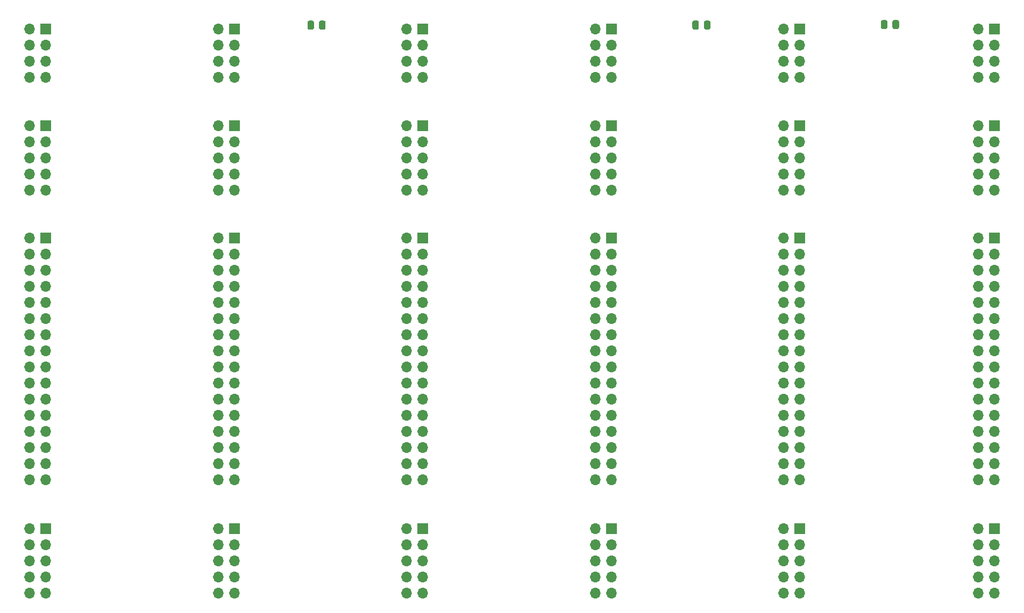
<source format=gbr>
%TF.GenerationSoftware,KiCad,Pcbnew,(5.1.12)-1*%
%TF.CreationDate,2022-02-09T20:28:49-06:00*%
%TF.ProjectId,gd blackplane proto pcb,67642062-6c61-4636-9b70-6c616e652070,rev?*%
%TF.SameCoordinates,Original*%
%TF.FileFunction,Soldermask,Bot*%
%TF.FilePolarity,Negative*%
%FSLAX46Y46*%
G04 Gerber Fmt 4.6, Leading zero omitted, Abs format (unit mm)*
G04 Created by KiCad (PCBNEW (5.1.12)-1) date 2022-02-09 20:28:49*
%MOMM*%
%LPD*%
G01*
G04 APERTURE LIST*
%ADD10O,1.700000X1.700000*%
%ADD11R,1.700000X1.700000*%
G04 APERTURE END LIST*
D10*
%TO.C,J16*%
X139190000Y-98425000D03*
X141730000Y-98425000D03*
X139190000Y-95885000D03*
X141730000Y-95885000D03*
X139190000Y-93345000D03*
X141730000Y-93345000D03*
X139190000Y-90805000D03*
X141730000Y-90805000D03*
X139190000Y-88265000D03*
X141730000Y-88265000D03*
X139190000Y-85725000D03*
X141730000Y-85725000D03*
X139190000Y-83185000D03*
X141730000Y-83185000D03*
X139190000Y-80645000D03*
X141730000Y-80645000D03*
X139190000Y-78105000D03*
X141730000Y-78105000D03*
X139190000Y-75565000D03*
X141730000Y-75565000D03*
X139190000Y-73025000D03*
X141730000Y-73025000D03*
X139190000Y-70485000D03*
X141730000Y-70485000D03*
X139190000Y-67945000D03*
X141730000Y-67945000D03*
X139190000Y-65405000D03*
X141730000Y-65405000D03*
X139190000Y-62865000D03*
X141730000Y-62865000D03*
X139190000Y-60325000D03*
D11*
X141730000Y-60325000D03*
%TD*%
D10*
%TO.C,J11*%
X139190000Y-52788000D03*
X141730000Y-52788000D03*
X139190000Y-50248000D03*
X141730000Y-50248000D03*
X139190000Y-47708000D03*
X141730000Y-47708000D03*
X139190000Y-45168000D03*
X141730000Y-45168000D03*
X139190000Y-42628000D03*
D11*
X141730000Y-42628000D03*
%TD*%
D10*
%TO.C,J9*%
X139190000Y-116251000D03*
X141730000Y-116251000D03*
X139190000Y-113711000D03*
X141730000Y-113711000D03*
X139190000Y-111171000D03*
X141730000Y-111171000D03*
X139190000Y-108631000D03*
X141730000Y-108631000D03*
X139190000Y-106091000D03*
D11*
X141730000Y-106091000D03*
%TD*%
D10*
%TO.C,J5*%
X139190000Y-35006000D03*
X141730000Y-35006000D03*
X139190000Y-32466000D03*
X141730000Y-32466000D03*
X139190000Y-29926000D03*
X141730000Y-29926000D03*
X139190000Y-27386000D03*
D11*
X141730000Y-27386000D03*
%TD*%
D10*
%TO.C,J25*%
X198540000Y-52788000D03*
X201080000Y-52788000D03*
X198540000Y-50248000D03*
X201080000Y-50248000D03*
X198540000Y-47708000D03*
X201080000Y-47708000D03*
X198540000Y-45168000D03*
X201080000Y-45168000D03*
X198540000Y-42628000D03*
D11*
X201080000Y-42628000D03*
%TD*%
D10*
%TO.C,J24*%
X258826000Y-98425000D03*
X261366000Y-98425000D03*
X258826000Y-95885000D03*
X261366000Y-95885000D03*
X258826000Y-93345000D03*
X261366000Y-93345000D03*
X258826000Y-90805000D03*
X261366000Y-90805000D03*
X258826000Y-88265000D03*
X261366000Y-88265000D03*
X258826000Y-85725000D03*
X261366000Y-85725000D03*
X258826000Y-83185000D03*
X261366000Y-83185000D03*
X258826000Y-80645000D03*
X261366000Y-80645000D03*
X258826000Y-78105000D03*
X261366000Y-78105000D03*
X258826000Y-75565000D03*
X261366000Y-75565000D03*
X258826000Y-73025000D03*
X261366000Y-73025000D03*
X258826000Y-70485000D03*
X261366000Y-70485000D03*
X258826000Y-67945000D03*
X261366000Y-67945000D03*
X258826000Y-65405000D03*
X261366000Y-65405000D03*
X258826000Y-62865000D03*
X261366000Y-62865000D03*
X258826000Y-60325000D03*
D11*
X261366000Y-60325000D03*
%TD*%
D10*
%TO.C,J23*%
X228215000Y-116251000D03*
X230755000Y-116251000D03*
X228215000Y-113711000D03*
X230755000Y-113711000D03*
X228215000Y-111171000D03*
X230755000Y-111171000D03*
X228215000Y-108631000D03*
X230755000Y-108631000D03*
X228215000Y-106091000D03*
D11*
X230755000Y-106091000D03*
%TD*%
D10*
%TO.C,J22*%
X258830000Y-34980600D03*
X261370000Y-34980600D03*
X258830000Y-32440600D03*
X261370000Y-32440600D03*
X258830000Y-29900600D03*
X261370000Y-29900600D03*
X258830000Y-27360600D03*
D11*
X261370000Y-27360600D03*
%TD*%
D10*
%TO.C,J20*%
X168865000Y-52788000D03*
X171405000Y-52788000D03*
X168865000Y-50248000D03*
X171405000Y-50248000D03*
X168865000Y-47708000D03*
X171405000Y-47708000D03*
X168865000Y-45168000D03*
X171405000Y-45168000D03*
X168865000Y-42628000D03*
D11*
X171405000Y-42628000D03*
%TD*%
D10*
%TO.C,J19*%
X168865000Y-98425000D03*
X171405000Y-98425000D03*
X168865000Y-95885000D03*
X171405000Y-95885000D03*
X168865000Y-93345000D03*
X171405000Y-93345000D03*
X168865000Y-90805000D03*
X171405000Y-90805000D03*
X168865000Y-88265000D03*
X171405000Y-88265000D03*
X168865000Y-85725000D03*
X171405000Y-85725000D03*
X168865000Y-83185000D03*
X171405000Y-83185000D03*
X168865000Y-80645000D03*
X171405000Y-80645000D03*
X168865000Y-78105000D03*
X171405000Y-78105000D03*
X168865000Y-75565000D03*
X171405000Y-75565000D03*
X168865000Y-73025000D03*
X171405000Y-73025000D03*
X168865000Y-70485000D03*
X171405000Y-70485000D03*
X168865000Y-67945000D03*
X171405000Y-67945000D03*
X168865000Y-65405000D03*
X171405000Y-65405000D03*
X168865000Y-62865000D03*
X171405000Y-62865000D03*
X168865000Y-60325000D03*
D11*
X171405000Y-60325000D03*
%TD*%
D10*
%TO.C,J18*%
X258830000Y-116251000D03*
X261370000Y-116251000D03*
X258830000Y-113711000D03*
X261370000Y-113711000D03*
X258830000Y-111171000D03*
X261370000Y-111171000D03*
X258830000Y-108631000D03*
X261370000Y-108631000D03*
X258830000Y-106091000D03*
D11*
X261370000Y-106091000D03*
%TD*%
D10*
%TO.C,J17*%
X168865000Y-35006000D03*
X171405000Y-35006000D03*
X168865000Y-32466000D03*
X171405000Y-32466000D03*
X168865000Y-29926000D03*
X171405000Y-29926000D03*
X168865000Y-27386000D03*
D11*
X171405000Y-27386000D03*
%TD*%
D10*
%TO.C,J15*%
X258830000Y-52788000D03*
X261370000Y-52788000D03*
X258830000Y-50248000D03*
X261370000Y-50248000D03*
X258830000Y-47708000D03*
X261370000Y-47708000D03*
X258830000Y-45168000D03*
X261370000Y-45168000D03*
X258830000Y-42628000D03*
D11*
X261370000Y-42628000D03*
%TD*%
D10*
%TO.C,J14*%
X198540000Y-98425000D03*
X201080000Y-98425000D03*
X198540000Y-95885000D03*
X201080000Y-95885000D03*
X198540000Y-93345000D03*
X201080000Y-93345000D03*
X198540000Y-90805000D03*
X201080000Y-90805000D03*
X198540000Y-88265000D03*
X201080000Y-88265000D03*
X198540000Y-85725000D03*
X201080000Y-85725000D03*
X198540000Y-83185000D03*
X201080000Y-83185000D03*
X198540000Y-80645000D03*
X201080000Y-80645000D03*
X198540000Y-78105000D03*
X201080000Y-78105000D03*
X198540000Y-75565000D03*
X201080000Y-75565000D03*
X198540000Y-73025000D03*
X201080000Y-73025000D03*
X198540000Y-70485000D03*
X201080000Y-70485000D03*
X198540000Y-67945000D03*
X201080000Y-67945000D03*
X198540000Y-65405000D03*
X201080000Y-65405000D03*
X198540000Y-62865000D03*
X201080000Y-62865000D03*
X198540000Y-60325000D03*
D11*
X201080000Y-60325000D03*
%TD*%
D10*
%TO.C,J13*%
X168865000Y-116251000D03*
X171405000Y-116251000D03*
X168865000Y-113711000D03*
X171405000Y-113711000D03*
X168865000Y-111171000D03*
X171405000Y-111171000D03*
X168865000Y-108631000D03*
X171405000Y-108631000D03*
X168865000Y-106091000D03*
D11*
X171405000Y-106091000D03*
%TD*%
D10*
%TO.C,J12*%
X198540000Y-35006000D03*
X201080000Y-35006000D03*
X198540000Y-32466000D03*
X201080000Y-32466000D03*
X198540000Y-29926000D03*
X201080000Y-29926000D03*
X198540000Y-27386000D03*
D11*
X201080000Y-27386000D03*
%TD*%
D10*
%TO.C,J10*%
X228215000Y-52788000D03*
X230755000Y-52788000D03*
X228215000Y-50248000D03*
X230755000Y-50248000D03*
X228215000Y-47708000D03*
X230755000Y-47708000D03*
X228215000Y-45168000D03*
X230755000Y-45168000D03*
X228215000Y-42628000D03*
D11*
X230755000Y-42628000D03*
%TD*%
D10*
%TO.C,J8*%
X228215000Y-98425000D03*
X230755000Y-98425000D03*
X228215000Y-95885000D03*
X230755000Y-95885000D03*
X228215000Y-93345000D03*
X230755000Y-93345000D03*
X228215000Y-90805000D03*
X230755000Y-90805000D03*
X228215000Y-88265000D03*
X230755000Y-88265000D03*
X228215000Y-85725000D03*
X230755000Y-85725000D03*
X228215000Y-83185000D03*
X230755000Y-83185000D03*
X228215000Y-80645000D03*
X230755000Y-80645000D03*
X228215000Y-78105000D03*
X230755000Y-78105000D03*
X228215000Y-75565000D03*
X230755000Y-75565000D03*
X228215000Y-73025000D03*
X230755000Y-73025000D03*
X228215000Y-70485000D03*
X230755000Y-70485000D03*
X228215000Y-67945000D03*
X230755000Y-67945000D03*
X228215000Y-65405000D03*
X230755000Y-65405000D03*
X228215000Y-62865000D03*
X230755000Y-62865000D03*
X228215000Y-60325000D03*
D11*
X230755000Y-60325000D03*
%TD*%
D10*
%TO.C,J7*%
X198540000Y-116251000D03*
X201080000Y-116251000D03*
X198540000Y-113711000D03*
X201080000Y-113711000D03*
X198540000Y-111171000D03*
X201080000Y-111171000D03*
X198540000Y-108631000D03*
X201080000Y-108631000D03*
X198540000Y-106091000D03*
D11*
X201080000Y-106091000D03*
%TD*%
D10*
%TO.C,J6*%
X228215000Y-35006000D03*
X230755000Y-35006000D03*
X228215000Y-32466000D03*
X230755000Y-32466000D03*
X228215000Y-29926000D03*
X230755000Y-29926000D03*
X228215000Y-27386000D03*
D11*
X230755000Y-27386000D03*
%TD*%
D10*
%TO.C,J4*%
X109515000Y-52788000D03*
X112055000Y-52788000D03*
X109515000Y-50248000D03*
X112055000Y-50248000D03*
X109515000Y-47708000D03*
X112055000Y-47708000D03*
X109515000Y-45168000D03*
X112055000Y-45168000D03*
X109515000Y-42628000D03*
D11*
X112055000Y-42628000D03*
%TD*%
D10*
%TO.C,J3*%
X109515000Y-98425000D03*
X112055000Y-98425000D03*
X109515000Y-95885000D03*
X112055000Y-95885000D03*
X109515000Y-93345000D03*
X112055000Y-93345000D03*
X109515000Y-90805000D03*
X112055000Y-90805000D03*
X109515000Y-88265000D03*
X112055000Y-88265000D03*
X109515000Y-85725000D03*
X112055000Y-85725000D03*
X109515000Y-83185000D03*
X112055000Y-83185000D03*
X109515000Y-80645000D03*
X112055000Y-80645000D03*
X109515000Y-78105000D03*
X112055000Y-78105000D03*
X109515000Y-75565000D03*
X112055000Y-75565000D03*
X109515000Y-73025000D03*
X112055000Y-73025000D03*
X109515000Y-70485000D03*
X112055000Y-70485000D03*
X109515000Y-67945000D03*
X112055000Y-67945000D03*
X109515000Y-65405000D03*
X112055000Y-65405000D03*
X109515000Y-62865000D03*
X112055000Y-62865000D03*
X109515000Y-60325000D03*
D11*
X112055000Y-60325000D03*
%TD*%
D10*
%TO.C,J2*%
X109515000Y-116251000D03*
X112055000Y-116251000D03*
X109515000Y-113711000D03*
X112055000Y-113711000D03*
X109515000Y-111171000D03*
X112055000Y-111171000D03*
X109515000Y-108631000D03*
X112055000Y-108631000D03*
X109515000Y-106091000D03*
D11*
X112055000Y-106091000D03*
%TD*%
D10*
%TO.C,J1*%
X109515000Y-35006000D03*
X112055000Y-35006000D03*
X109515000Y-32466000D03*
X112055000Y-32466000D03*
X109515000Y-29926000D03*
X112055000Y-29926000D03*
X109515000Y-27386000D03*
D11*
X112055000Y-27386000D03*
%TD*%
%TO.C,R3*%
G36*
G01*
X214848000Y-26305999D02*
X214848000Y-27206001D01*
G75*
G02*
X214598001Y-27456000I-249999J0D01*
G01*
X214072999Y-27456000D01*
G75*
G02*
X213823000Y-27206001I0J249999D01*
G01*
X213823000Y-26305999D01*
G75*
G02*
X214072999Y-26056000I249999J0D01*
G01*
X214598001Y-26056000D01*
G75*
G02*
X214848000Y-26305999I0J-249999D01*
G01*
G37*
G36*
G01*
X216673000Y-26305999D02*
X216673000Y-27206001D01*
G75*
G02*
X216423001Y-27456000I-249999J0D01*
G01*
X215897999Y-27456000D01*
G75*
G02*
X215648000Y-27206001I0J249999D01*
G01*
X215648000Y-26305999D01*
G75*
G02*
X215897999Y-26056000I249999J0D01*
G01*
X216423001Y-26056000D01*
G75*
G02*
X216673000Y-26305999I0J-249999D01*
G01*
G37*
%TD*%
%TO.C,R2*%
G36*
G01*
X245323000Y-27120001D02*
X245323000Y-26219999D01*
G75*
G02*
X245572999Y-25970000I249999J0D01*
G01*
X246098001Y-25970000D01*
G75*
G02*
X246348000Y-26219999I0J-249999D01*
G01*
X246348000Y-27120001D01*
G75*
G02*
X246098001Y-27370000I-249999J0D01*
G01*
X245572999Y-27370000D01*
G75*
G02*
X245323000Y-27120001I0J249999D01*
G01*
G37*
G36*
G01*
X243498000Y-27120001D02*
X243498000Y-26219999D01*
G75*
G02*
X243747999Y-25970000I249999J0D01*
G01*
X244273001Y-25970000D01*
G75*
G02*
X244523000Y-26219999I0J-249999D01*
G01*
X244523000Y-27120001D01*
G75*
G02*
X244273001Y-27370000I-249999J0D01*
G01*
X243747999Y-27370000D01*
G75*
G02*
X243498000Y-27120001I0J249999D01*
G01*
G37*
%TD*%
%TO.C,R1*%
G36*
G01*
X155057000Y-27206001D02*
X155057000Y-26305999D01*
G75*
G02*
X155306999Y-26056000I249999J0D01*
G01*
X155832001Y-26056000D01*
G75*
G02*
X156082000Y-26305999I0J-249999D01*
G01*
X156082000Y-27206001D01*
G75*
G02*
X155832001Y-27456000I-249999J0D01*
G01*
X155306999Y-27456000D01*
G75*
G02*
X155057000Y-27206001I0J249999D01*
G01*
G37*
G36*
G01*
X153232000Y-27206001D02*
X153232000Y-26305999D01*
G75*
G02*
X153481999Y-26056000I249999J0D01*
G01*
X154007001Y-26056000D01*
G75*
G02*
X154257000Y-26305999I0J-249999D01*
G01*
X154257000Y-27206001D01*
G75*
G02*
X154007001Y-27456000I-249999J0D01*
G01*
X153481999Y-27456000D01*
G75*
G02*
X153232000Y-27206001I0J249999D01*
G01*
G37*
%TD*%
M02*

</source>
